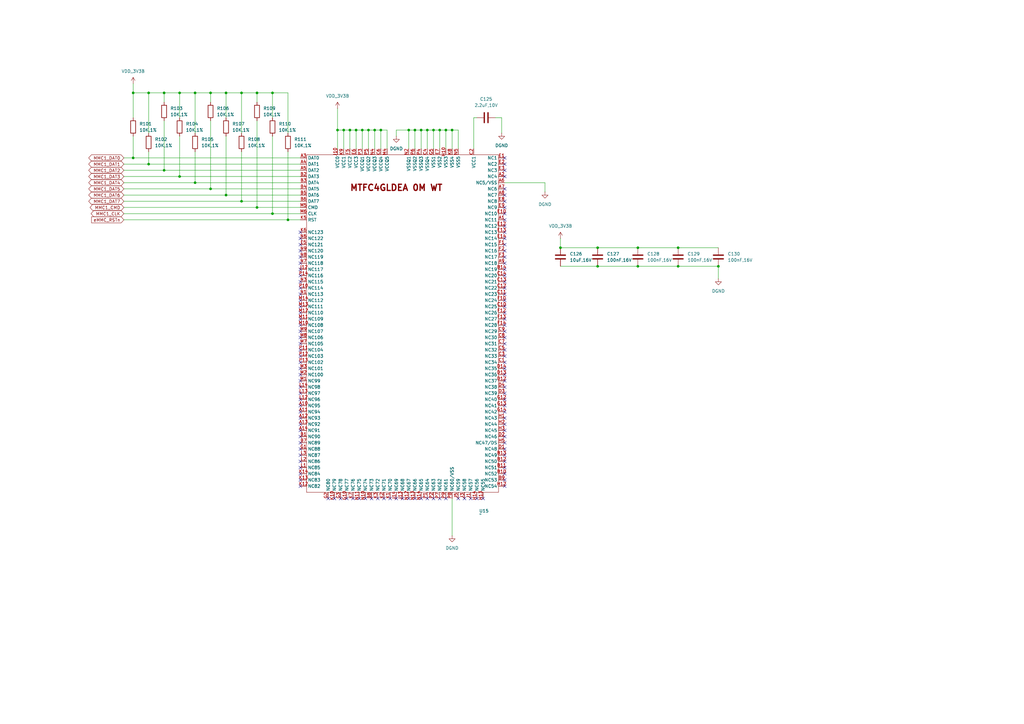
<source format=kicad_sch>
(kicad_sch (version 20231120) (generator "eeschema") (generator_version "8.0")
  (paper "A3")
  (title_block (title "Flight Computer Sheet #6: 4G eMMC - Ian Goldberg"))
  (lib_symbols
    (symbol "Device:C" (pin_numbers hide) (pin_names (offset 0.254))
      (property "Reference" "C" (at 0.635 2.54 0))
      (property "Value" "C" (at 0.635 -2.54 0))
      (symbol "C_0_1"
        (polyline (pts (xy -2.032 -0.762) (xy 2.032 -0.762)) (stroke (width 0.508)))
        (polyline (pts (xy -2.032 0.762) (xy 2.032 0.762)) (stroke (width 0.508)))
      )
      (symbol "C_1_1"
        (pin passive line (at 0 3.81 270) (length 2.794) (name "~") (number "1"))
        (pin passive line (at 0 -3.81 90) (length 2.794) (name "~") (number "2"))
      )
    )
    (symbol "Device:R" (pin_numbers hide) (pin_names (offset 0))
      (property "Reference" "R" (at 2.032 0 90))
      (property "Value" "R" (at 0 0 90))
      (symbol "R_0_1"
        (rectangle (start -1.016 -2.54) (end 1.016 2.54) (stroke (width 0.254)))
      )
      (symbol "R_1_1"
        (pin passive line (at 0 3.81 270) (length 1.27) (name "~") (number "1"))
        (pin passive line (at 0 -3.81 90) (length 1.27) (name "~") (number "2"))
      )
    )
    (symbol "SubArctic AM335x:MTFC4GLDEA_0M_WT"
      (property "Reference" "U15" (at 73.3141 -144.78 0))
      (property "Value" "~" (at 73.3141 -146.05 0))
      (symbol "MTFC4GLDEA_0M_WT_0_0"
        (pin unspecified line (at 0 -101.6 0) (length 2.54) (name "NC95") (number "A10"))
        (pin unspecified line (at 0 -104.14 0) (length 2.54) (name "NC94") (number "A11"))
        (pin unspecified line (at 0 -106.68 0) (length 2.54) (name "NC93") (number "A12"))
        (pin unspecified line (at 0 -109.22 0) (length 2.54) (name "NC92") (number "A13"))
        (pin unspecified line (at 0 -111.76 0) (length 2.54) (name "NC91") (number "A14"))
        (pin input line (at 0 0 0) (length 2.54) (name "DAT0") (number "A3"))
        (pin unspecified line (at 0 -2.54 0) (length 2.54) (name "DAT1") (number "A4"))
        (pin unspecified line (at 0 -5.08 0) (length 2.54) (name "DAT2") (number "A5"))
        (pin unspecified line (at 0 -114.3 0) (length 2.54) (name "NC90") (number "B1"))
        (pin unspecified line (at 0 -7.62 0) (length 2.54) (name "DAT3") (number "B2"))
        (pin unspecified line (at 0 -10.16 0) (length 2.54) (name "DAT4") (number "B3"))
        (pin unspecified line (at 0 -12.7 0) (length 2.54) (name "DAT5") (number "B4"))
        (pin unspecified line (at 0 -15.24 0) (length 2.54) (name "DAT6") (number "B5"))
        (pin unspecified line (at 0 -17.78 0) (length 2.54) (name "DAT7") (number "B6"))
        (pin unspecified line (at 0 -116.84 0) (length 2.54) (name "NC89") (number "B7"))
        (pin unspecified line (at 0 -35.56 0) (length 2.54) (name "NC121") (number "E5"))
        (pin unspecified line (at 0 -119.38 0) (length 2.54) (name "NC88") (number "G1"))
        (pin unspecified line (at 0 -45.72 0) (length 2.54) (name "NC117") (number "J12"))
        (pin unspecified line (at 0 -134.62 0) (length 2.54) (name "NC82") (number "K12"))
        (pin unspecified line (at 0 -132.08 0) (length 2.54) (name "NC83") (number "K13"))
        (pin unspecified line (at 0 -129.54 0) (length 2.54) (name "NC84") (number "K14"))
        (pin unspecified line (at 0 -25.4 0) (length 2.54) (name "RST") (number "K5"))
        (pin unspecified line (at 0 -30.48 0) (length 2.54) (name "NC123") (number "K6"))
        (pin unspecified line (at 0 -127 0) (length 2.54) (name "NC85") (number "L1"))
        (pin unspecified line (at 0 -99.06 0) (length 2.54) (name "NC96") (number "L12"))
        (pin unspecified line (at 0 -96.52 0) (length 2.54) (name "NC97") (number "L13"))
        (pin unspecified line (at 0 -93.98 0) (length 2.54) (name "NC98") (number "L14"))
        (pin unspecified line (at 0 -124.46 0) (length 2.54) (name "NC86") (number "L2"))
        (pin unspecified line (at 0 -121.92 0) (length 2.54) (name "NC87") (number "L3"))
        (pin unspecified line (at 0 -91.44 0) (length 2.54) (name "NC99") (number "M1"))
        (pin unspecified line (at 0 -68.58 0) (length 2.54) (name "NC108") (number "M10"))
        (pin unspecified line (at 0 -66.04 0) (length 2.54) (name "NC109") (number "M11"))
        (pin unspecified line (at 0 -63.5 0) (length 2.54) (name "NC110") (number "M12"))
        (pin unspecified line (at 0 -60.96 0) (length 2.54) (name "NC111") (number "M13"))
        (pin unspecified line (at 0 -58.42 0) (length 2.54) (name "NC112") (number "M14"))
        (pin unspecified line (at 0 -88.9 0) (length 2.54) (name "NC100") (number "M2"))
        (pin unspecified line (at 0 -86.36 0) (length 2.54) (name "NC101") (number "M3"))
        (pin unspecified line (at 0 -20.32 0) (length 2.54) (name "CMD") (number "M5"))
        (pin unspecified line (at 0 -22.86 0) (length 2.54) (name "CLK") (number "M6"))
        (pin unspecified line (at 0 -76.2 0) (length 2.54) (name "NC105") (number "M7"))
        (pin unspecified line (at 0 -73.66 0) (length 2.54) (name "NC106") (number "M8"))
        (pin unspecified line (at 0 -71.12 0) (length 2.54) (name "NC107") (number "M9"))
        (pin unspecified line (at 0 -55.88 0) (length 2.54) (name "NC113") (number "N1"))
        (pin unspecified line (at 0 -50.8 0) (length 2.54) (name "NC115") (number "N3"))
        (pin unspecified line (at 0 -33.02 0) (length 2.54) (name "NC122") (number "N6"))
        (pin unspecified line (at 0 -43.18 0) (length 2.54) (name "NC118") (number "N7"))
        (pin unspecified line (at 0 -40.64 0) (length 2.54) (name "NC119") (number "N8"))
        (pin unspecified line (at 0 -38.1 0) (length 2.54) (name "NC120") (number "N9"))
        (pin unspecified line (at 0 -53.34 0) (length 2.54) (name "NC114") (number "P10"))
        (pin unspecified line (at 0 -78.74 0) (length 2.54) (name "NC104") (number "P11"))
        (pin unspecified line (at 0 -81.28 0) (length 2.54) (name "NC103") (number "P12"))
        (pin unspecified line (at 0 -83.82 0) (length 2.54) (name "NC102") (number "P13"))
        (pin unspecified line (at 0 -48.26 0) (length 2.54) (name "NC116") (number "P14"))
      )
      (symbol "MTFC4GLDEA_0M_WT_0_1"
        (rectangle (start 2.54 1.27) (end 81.28 -137.16))
      )
      (symbol "MTFC4GLDEA_0M_WT_1_0"
        (pin input line (at 83.82 -25.4 180) (length 2.54) (name "NC11") (number "A1"))
        (pin input line (at 83.82 -7.62 180) (length 2.54) (name "NC4") (number "A2"))
        (pin input line (at 83.82 -10.16 180) (length 2.54) (name "NC5/VSS") (number "A6"))
        (pin input line (at 83.82 -12.7 180) (length 2.54) (name "NC6") (number "A7"))
        (pin input line (at 83.82 -15.24 180) (length 2.54) (name "NC7") (number "A8"))
        (pin input line (at 83.82 -43.18 180) (length 2.54) (name "NC18") (number "A9"))
        (pin input line (at 83.82 -129.54 180) (length 2.54) (name "NC52") (number "B10"))
        (pin input line (at 83.82 -127 180) (length 2.54) (name "NC51") (number "B11"))
        (pin input line (at 83.82 -124.46 180) (length 2.54) (name "NC50") (number "B12"))
        (pin input line (at 83.82 -121.92 180) (length 2.54) (name "NC49") (number "B13"))
        (pin input line (at 83.82 -45.72 180) (length 2.54) (name "NC19") (number "B14"))
        (pin input line (at 29.21 -139.7 90) (length 2.54) (name "NC73") (number "B8"))
        (pin input line (at 83.82 -132.08 180) (length 2.54) (name "NC53") (number "B9"))
        (pin input line (at 83.82 -83.82 180) (length 2.54) (name "NC34") (number "C1"))
        (pin input line (at 83.82 -60.96 180) (length 2.54) (name "NC25") (number "C10"))
        (pin input line (at 83.82 -55.88 180) (length 2.54) (name "NC23") (number "C11"))
        (pin input line (at 83.82 -53.34 180) (length 2.54) (name "NC22") (number "C12"))
        (pin input line (at 83.82 -50.8 180) (length 2.54) (name "NC21") (number "C13"))
        (pin input line (at 83.82 -48.26 180) (length 2.54) (name "NC20") (number "C14"))
        (pin input line (at 83.82 -81.28 180) (length 2.54) (name "NC33") (number "C3"))
        (pin input line (at 52.07 3.81 270) (length 2.54) (name "VSSQ4") (number "C4"))
        (pin input line (at 83.82 -78.74 180) (length 2.54) (name "NC32") (number "C5"))
        (pin input line (at 33.02 3.81 270) (length 2.54) (name "VCCQ4") (number "C6"))
        (pin input line (at 83.82 -76.2 180) (length 2.54) (name "NC31") (number "C7"))
        (pin input line (at 83.82 -73.66 180) (length 2.54) (name "NC30") (number "C8"))
        (pin input line (at 83.82 -71.12 180) (length 2.54) (name "NC29") (number "C9"))
        (pin input line (at 83.82 -119.38 180) (length 2.54) (name "NC48") (number "D1"))
        (pin input line (at 83.82 -91.44 180) (length 2.54) (name "NC37") (number "D12"))
        (pin input line (at 83.82 -88.9 180) (length 2.54) (name "NC36") (number "D13"))
        (pin input line (at 83.82 -86.36 180) (length 2.54) (name "NC35") (number "D14"))
        (pin input line (at 83.82 -114.3 180) (length 2.54) (name "NC46") (number "D2"))
        (pin input line (at 83.82 -96.52 180) (length 2.54) (name "NC39") (number "D3"))
        (pin input line (at 83.82 -93.98 180) (length 2.54) (name "NC38") (number "D4"))
        (pin input line (at 83.82 -22.86 180) (length 2.54) (name "NC10") (number "E10"))
        (pin input line (at 83.82 -27.94 180) (length 2.54) (name "NC12") (number "E12"))
        (pin input line (at 83.82 -30.48 180) (length 2.54) (name "NC13") (number "E13"))
        (pin input line (at 83.82 -33.02 180) (length 2.54) (name "NC14") (number "E14"))
        (pin input line (at 83.82 -2.54 180) (length 2.54) (name "NC2") (number "E2"))
        (pin input line (at 83.82 -5.08 180) (length 2.54) (name "NC3") (number "E3"))
        (pin input line (at 22.86 3.81 270) (length 2.54) (name "VCC3") (number "E6"))
        (pin input line (at 57.15 3.81 270) (length 2.54) (name "VSS2") (number "E7"))
        (pin input line (at 83.82 -17.78 180) (length 2.54) (name "NC8") (number "E8"))
        (pin input line (at 83.82 -20.32 180) (length 2.54) (name "NC9") (number "E9"))
        (pin input line (at 83.82 -35.56 180) (length 2.54) (name "NC15") (number "F1"))
        (pin input line (at 83.82 -58.42 180) (length 2.54) (name "NC24") (number "F10"))
        (pin input line (at 83.82 -63.5 180) (length 2.54) (name "NC26") (number "F12"))
        (pin input line (at 83.82 -66.04 180) (length 2.54) (name "NC27") (number "F13"))
        (pin input line (at 83.82 -68.58 180) (length 2.54) (name "NC28") (number "F14"))
        (pin input line (at 83.82 -38.1 180) (length 2.54) (name "NC16") (number "F2"))
        (pin input line (at 83.82 -40.64 180) (length 2.54) (name "NC17") (number "F3"))
        (pin input line (at 20.32 3.81 270) (length 2.54) (name "VCC2") (number "F5"))
        (pin input line (at 19.05 -139.7 90) (length 2.54) (name "NC77") (number "G10"))
        (pin input line (at 83.82 -99.06 180) (length 2.54) (name "NC40") (number "G12"))
        (pin input line (at 83.82 -101.6 180) (length 2.54) (name "NC41") (number "G13"))
        (pin input line (at 83.82 -104.14 180) (length 2.54) (name "NC42") (number "G14"))
        (pin input line (at 16.51 -139.7 90) (length 2.54) (name "NC78") (number "G3"))
        (pin input line (at 54.61 3.81 270) (length 2.54) (name "VSS1") (number "G5"))
        (pin input line (at 83.82 -106.68 180) (length 2.54) (name "NC43") (number "H1"))
        (pin input line (at 59.69 3.81 270) (length 2.54) (name "VSS3") (number "H10"))
        (pin input line (at 83.82 -134.62 180) (length 2.54) (name "NC54") (number "H12"))
        (pin input line (at 74.93 -139.7 90) (length 2.54) (name "NC55") (number "H13"))
        (pin input line (at 72.39 -139.7 90) (length 2.54) (name "NC56") (number "H14"))
        (pin input line (at 83.82 -109.22 180) (length 2.54) (name "NC44") (number "H2"))
        (pin input line (at 83.82 -111.76 180) (length 2.54) (name "NC45") (number "H3"))
        (pin input line (at 83.82 -116.84 180) (length 2.54) (name "NC47/DS") (number "H5"))
        (pin input line (at 69.85 -139.7 90) (length 2.54) (name "NC57") (number "J1"))
        (pin input line (at 15.24 3.81 270) (length 2.54) (name "VCC0") (number "J10"))
        (pin input line (at 41.91 -139.7 90) (length 2.54) (name "NC68") (number "J13"))
        (pin input line (at 39.37 -139.7 90) (length 2.54) (name "NC69") (number "J14"))
        (pin input line (at 67.31 -139.7 90) (length 2.54) (name "NC58") (number "J3"))
        (pin input line (at 64.77 -139.7 90) (length 2.54) (name "NC59") (number "J5"))
        (pin input line (at 36.83 -139.7 90) (length 2.54) (name "NC70") (number "K1"))
        (pin input line (at 13.97 -139.7 90) (length 2.54) (name "NC79") (number "K10"))
        (pin input line (at 34.29 -139.7 90) (length 2.54) (name "NC71") (number "K2"))
        (pin input line (at 31.75 -139.7 90) (length 2.54) (name "NC72") (number "K3"))
        (pin input line (at 21.59 -139.7 90) (length 2.54) (name "NC76") (number "K7"))
        (pin input line (at 62.23 3.81 270) (length 2.54) (name "VSS4") (number "K8"))
        (pin input line (at 17.78 3.81 270) (length 2.54) (name "VCC1") (number "K9"))
        (pin input line (at 35.56 3.81 270) (length 2.54) (name "VCCQ5") (number "M4"))
        (pin input line (at 26.67 -139.7 90) (length 2.54) (name "NC74") (number "N10"))
        (pin input line (at 24.13 -139.7 90) (length 2.54) (name "NC75") (number "N11"))
        (pin input line (at 44.45 -139.7 90) (length 2.54) (name "NC67") (number "N12"))
        (pin input line (at 46.99 -139.7 90) (length 2.54) (name "NC66") (number "N13"))
        (pin input line (at 49.53 -139.7 90) (length 2.54) (name "NC65") (number "N14"))
        (pin input line (at 44.45 3.81 270) (length 2.54) (name "VSSQ1") (number "N2"))
        (pin input line (at 30.48 3.81 270) (length 2.54) (name "VCCQ3") (number "N4"))
        (pin input line (at 52.07 -139.7 90) (length 2.54) (name "NC64") (number "P1"))
        (pin input line (at 54.61 -139.7 90) (length 2.54) (name "NC63") (number "P2"))
        (pin input line (at 25.4 3.81 270) (length 2.54) (name "VCCQ1") (number "P3"))
        (pin input line (at 49.53 3.81 270) (length 2.54) (name "VSSQ3") (number "P4"))
        (pin input line (at 27.94 3.81 270) (length 2.54) (name "VCCQ2") (number "P5"))
        (pin input line (at 46.99 3.81 270) (length 2.54) (name "VSSQ2") (number "P6"))
        (pin input line (at 57.15 -139.7 90) (length 2.54) (name "NC62") (number "P7"))
        (pin input line (at 62.23 -139.7 90) (length 2.54) (name "NC60/VSS") (number "P8"))
        (pin input line (at 59.69 -139.7 90) (length 2.54) (name "NC61") (number "P9"))
      )
      (symbol "MTFC4GLDEA_0M_WT_1_1"
        (text "MTFC4GLDEA 0M WT" (at 39.37 -12.192 0) (effects (font (size 2.54 2.54) (bold yes))))
        (pin input line (at 71.12 3.81 270) (length 2.54) (name "VCC1") (number "C2"))
        (pin input line (at 83.82 0 180) (length 2.54) (name "NC1") (number "E1"))
        (pin input line (at 11.43 -139.7 90) (length 2.54) (name "NC80") (number "G2"))
        (pin input line (at 64.77 3.81 270) (length 2.54) (name "VSS5") (number "N5"))
      )
    )
    (symbol "power:GND" (power) (pin_numbers hide) (pin_names (offset 0) hide)
      (property "Value" "GND" (at 0 -3.81 0))
      (symbol "GND_0_1"
        (polyline (pts (xy 0 0) (xy 0 -1.27) (xy 1.27 -1.27) (xy 0 -2.54) (xy -1.27 -1.27) (xy 0 -1.27)))
      )
      (symbol "GND_1_1"
        (pin power_in line (at 0 0 270) (length 0) (name "~") (number "1"))
      )
    )
    (symbol "power:VDD" (power) (pin_numbers hide) (pin_names (offset 0) hide)
      (property "Value" "VDD" (at 0 3.556 0))
      (symbol "VDD_0_1"
        (polyline (pts (xy -0.762 1.27) (xy 0 2.54)))
        (polyline (pts (xy 0 0) (xy 0 2.54)))
        (polyline (pts (xy 0 2.54) (xy 0.762 1.27)))
      )
      (symbol "VDD_1_1"
        (pin power_in line (at 0 0 90) (length 0) (name "~") (number "1"))
      )
    )
  )
  (junction (at 118.11 90.17))
  (junction (at 105.41 38.1))
  (junction (at 111.76 87.63))
  (junction (at 54.61 38.1))
  (junction (at 138.43 53.34))
  (junction (at 180.34 53.34))
  (junction (at 245.11 109.22))
  (junction (at 80.01 74.93))
  (junction (at 60.96 67.31))
  (junction (at 278.13 101.6))
  (junction (at 185.42 53.34))
  (junction (at 86.36 77.47))
  (junction (at 54.61 64.77))
  (junction (at 67.31 69.85))
  (junction (at 151.13 53.34))
  (junction (at 156.21 53.34))
  (junction (at 73.66 72.39))
  (junction (at 146.05 53.34))
  (junction (at 182.88 53.34))
  (junction (at 153.67 53.34))
  (junction (at 99.06 38.1))
  (junction (at 245.11 101.6))
  (junction (at 60.96 38.1))
  (junction (at 92.71 80.01))
  (junction (at 278.13 109.22))
  (junction (at 67.31 38.1))
  (junction (at 177.8 53.34))
  (junction (at 170.18 53.34))
  (junction (at 148.59 53.34))
  (junction (at 105.41 85.09))
  (junction (at 73.66 38.1))
  (junction (at 172.72 53.34))
  (junction (at 92.71 38.1))
  (junction (at 167.64 53.34))
  (junction (at 99.06 82.55))
  (junction (at 111.76 38.1))
  (junction (at 80.01 38.1))
  (junction (at 261.62 109.22))
  (junction (at 229.87 101.6))
  (junction (at 140.97 53.34))
  (junction (at 175.26 53.34))
  (junction (at 86.36 38.1))
  (junction (at 261.62 101.6))
  (junction (at 143.51 53.34))
  (junction (at 294.64 109.22))
  (no_connect (at 123.19 171.45))
  (no_connect (at 123.19 118.11))
  (no_connect (at 207.01 82.55))
  (no_connect (at 207.01 123.19))
  (no_connect (at 207.01 87.63))
  (no_connect (at 207.01 97.79))
  (no_connect (at 193.04 204.47))
  (no_connect (at 207.01 166.37))
  (no_connect (at 175.26 204.47))
  (no_connect (at 207.01 173.99))
  (no_connect (at 123.19 133.35))
  (no_connect (at 207.01 100.33))
  (no_connect (at 123.19 130.81))
  (no_connect (at 123.19 184.15))
  (no_connect (at 207.01 69.85))
  (no_connect (at 123.19 120.65))
  (no_connect (at 123.19 158.75))
  (no_connect (at 207.01 120.65))
  (no_connect (at 207.01 105.41))
  (no_connect (at 207.01 146.05))
  (no_connect (at 207.01 115.57))
  (no_connect (at 207.01 133.35))
  (no_connect (at 123.19 153.67))
  (no_connect (at 123.19 143.51))
  (no_connect (at 154.94 204.47))
  (no_connect (at 182.88 204.47))
  (no_connect (at 207.01 156.21))
  (no_connect (at 123.19 176.53))
  (no_connect (at 123.19 156.21))
  (no_connect (at 123.19 179.07))
  (no_connect (at 207.01 102.87))
  (no_connect (at 172.72 204.47))
  (no_connect (at 123.19 123.19))
  (no_connect (at 139.7 204.47))
  (no_connect (at 123.19 97.79))
  (no_connect (at 207.01 125.73))
  (no_connect (at 187.96 204.47))
  (no_connect (at 147.32 204.47))
  (no_connect (at 207.01 194.31))
  (no_connect (at 190.5 204.47))
  (no_connect (at 207.01 85.09))
  (no_connect (at 123.19 191.77))
  (no_connect (at 207.01 179.07))
  (no_connect (at 207.01 191.77))
  (no_connect (at 123.19 166.37))
  (no_connect (at 123.19 194.31))
  (no_connect (at 207.01 107.95))
  (no_connect (at 207.01 110.49))
  (no_connect (at 123.19 128.27))
  (no_connect (at 195.58 204.47))
  (no_connect (at 207.01 196.85))
  (no_connect (at 207.01 135.89))
  (no_connect (at 123.19 161.29))
  (no_connect (at 160.02 204.47))
  (no_connect (at 157.48 204.47))
  (no_connect (at 207.01 143.51))
  (no_connect (at 123.19 148.59))
  (no_connect (at 180.34 204.47))
  (no_connect (at 144.78 204.47))
  (no_connect (at 207.01 151.13))
  (no_connect (at 207.01 77.47))
  (no_connect (at 165.1 204.47))
  (no_connect (at 123.19 113.03))
  (no_connect (at 177.8 204.47))
  (no_connect (at 207.01 163.83))
  (no_connect (at 123.19 189.23))
  (no_connect (at 207.01 140.97))
  (no_connect (at 207.01 138.43))
  (no_connect (at 207.01 153.67))
  (no_connect (at 207.01 189.23))
  (no_connect (at 123.19 196.85))
  (no_connect (at 123.19 151.13))
  (no_connect (at 207.01 161.29))
  (no_connect (at 207.01 148.59))
  (no_connect (at 123.19 168.91))
  (no_connect (at 123.19 102.87))
  (no_connect (at 207.01 181.61))
  (no_connect (at 123.19 95.25))
  (no_connect (at 207.01 184.15))
  (no_connect (at 207.01 67.31))
  (no_connect (at 134.62 204.47))
  (no_connect (at 207.01 168.91))
  (no_connect (at 170.18 204.47))
  (no_connect (at 123.19 115.57))
  (no_connect (at 207.01 95.25))
  (no_connect (at 207.01 128.27))
  (no_connect (at 207.01 113.03))
  (no_connect (at 207.01 64.77))
  (no_connect (at 123.19 107.95))
  (no_connect (at 207.01 199.39))
  (no_connect (at 123.19 140.97))
  (no_connect (at 123.19 100.33))
  (no_connect (at 149.86 204.47))
  (no_connect (at 152.4 204.47))
  (no_connect (at 207.01 171.45))
  (no_connect (at 207.01 92.71))
  (no_connect (at 123.19 146.05))
  (no_connect (at 123.19 135.89))
  (no_connect (at 207.01 118.11))
  (no_connect (at 137.16 204.47))
  (no_connect (at 142.24 204.47))
  (no_connect (at 207.01 176.53))
  (no_connect (at 123.19 125.73))
  (no_connect (at 123.19 199.39))
  (no_connect (at 123.19 163.83))
  (no_connect (at 198.12 204.47))
  (no_connect (at 123.19 110.49))
  (no_connect (at 207.01 130.81))
  (no_connect (at 123.19 173.99))
  (no_connect (at 207.01 80.01))
  (no_connect (at 162.56 204.47))
  (no_connect (at 207.01 90.17))
  (no_connect (at 207.01 186.69))
  (no_connect (at 207.01 72.39))
  (no_connect (at 123.19 105.41))
  (no_connect (at 167.64 204.47))
  (no_connect (at 123.19 181.61))
  (no_connect (at 123.19 186.69))
  (no_connect (at 123.19 138.43))
  (no_connect (at 207.01 158.75))
  (wire (pts (xy 80.01 38.1) (xy 80.01 54.61)))
  (wire (pts (xy 278.13 101.6) (xy 261.62 101.6)))
  (wire (pts (xy 80.01 74.93) (xy 123.19 74.93)))
  (wire (pts (xy 177.8 53.34) (xy 180.34 53.34)))
  (wire (pts (xy 261.62 109.22) (xy 278.13 109.22)))
  (wire (pts (xy 185.42 53.34) (xy 187.96 53.34)))
  (wire (pts (xy 99.06 82.55) (xy 123.19 82.55)))
  (wire (pts (xy 50.8 64.77) (xy 54.61 64.77)))
  (wire (pts (xy 194.31 60.96) (xy 194.31 48.26)))
  (wire (pts (xy 185.42 53.34) (xy 185.42 60.96)))
  (wire (pts (xy 73.66 38.1) (xy 67.31 38.1)))
  (wire (pts (xy 167.64 53.34) (xy 170.18 53.34)))
  (wire (pts (xy 111.76 38.1) (xy 105.41 38.1)))
  (wire (pts (xy 67.31 38.1) (xy 60.96 38.1)))
  (wire (pts (xy 175.26 53.34) (xy 175.26 60.96)))
  (wire (pts (xy 140.97 53.34) (xy 140.97 60.96)))
  (wire (pts (xy 92.71 55.88) (xy 92.71 80.01)))
  (wire (pts (xy 99.06 38.1) (xy 99.06 54.61)))
  (wire (pts (xy 80.01 38.1) (xy 73.66 38.1)))
  (wire (pts (xy 207.01 74.93) (xy 223.52 74.93)))
  (wire (pts (xy 50.8 90.17) (xy 118.11 90.17)))
  (wire (pts (xy 180.34 53.34) (xy 182.88 53.34)))
  (wire (pts (xy 167.64 53.34) (xy 162.56 53.34)))
  (wire (pts (xy 105.41 85.09) (xy 123.19 85.09)))
  (wire (pts (xy 92.71 80.01) (xy 123.19 80.01)))
  (wire (pts (xy 182.88 53.34) (xy 185.42 53.34)))
  (wire (pts (xy 60.96 38.1) (xy 60.96 54.61)))
  (wire (pts (xy 223.52 74.93) (xy 223.52 78.74)))
  (wire (pts (xy 67.31 69.85) (xy 123.19 69.85)))
  (wire (pts (xy 175.26 53.34) (xy 177.8 53.34)))
  (wire (pts (xy 73.66 38.1) (xy 73.66 48.26)))
  (wire (pts (xy 86.36 49.53) (xy 86.36 77.47)))
  (wire (pts (xy 172.72 53.34) (xy 175.26 53.34)))
  (wire (pts (xy 205.74 48.26) (xy 205.74 54.61)))
  (wire (pts (xy 153.67 53.34) (xy 151.13 53.34)))
  (wire (pts (xy 156.21 53.34) (xy 156.21 60.96)))
  (wire (pts (xy 245.11 109.22) (xy 261.62 109.22)))
  (wire (pts (xy 167.64 53.34) (xy 167.64 60.96)))
  (wire (pts (xy 50.8 67.31) (xy 60.96 67.31)))
  (wire (pts (xy 151.13 53.34) (xy 148.59 53.34)))
  (wire (pts (xy 92.71 38.1) (xy 86.36 38.1)))
  (wire (pts (xy 146.05 53.34) (xy 146.05 60.96)))
  (wire (pts (xy 278.13 109.22) (xy 294.64 109.22)))
  (wire (pts (xy 118.11 90.17) (xy 123.19 90.17)))
  (wire (pts (xy 50.8 69.85) (xy 67.31 69.85)))
  (wire (pts (xy 229.87 97.79) (xy 229.87 101.6)))
  (wire (pts (xy 111.76 87.63) (xy 123.19 87.63)))
  (wire (pts (xy 60.96 38.1) (xy 54.61 38.1)))
  (wire (pts (xy 80.01 62.23) (xy 80.01 74.93)))
  (wire (pts (xy 138.43 53.34) (xy 138.43 60.96)))
  (wire (pts (xy 86.36 77.47) (xy 123.19 77.47)))
  (wire (pts (xy 143.51 53.34) (xy 143.51 60.96)))
  (wire (pts (xy 50.8 87.63) (xy 111.76 87.63)))
  (wire (pts (xy 67.31 38.1) (xy 67.31 41.91)))
  (wire (pts (xy 111.76 38.1) (xy 111.76 48.26)))
  (wire (pts (xy 261.62 101.6) (xy 245.11 101.6)))
  (wire (pts (xy 177.8 53.34) (xy 177.8 60.96)))
  (wire (pts (xy 99.06 62.23) (xy 99.06 82.55)))
  (wire (pts (xy 294.64 101.6) (xy 278.13 101.6)))
  (wire (pts (xy 245.11 101.6) (xy 229.87 101.6)))
  (wire (pts (xy 229.87 109.22) (xy 245.11 109.22)))
  (wire (pts (xy 182.88 53.34) (xy 182.88 60.96)))
  (wire (pts (xy 156.21 53.34) (xy 153.67 53.34)))
  (wire (pts (xy 86.36 38.1) (xy 86.36 41.91)))
  (wire (pts (xy 111.76 55.88) (xy 111.76 87.63)))
  (wire (pts (xy 170.18 53.34) (xy 170.18 60.96)))
  (wire (pts (xy 54.61 34.29) (xy 54.61 38.1)))
  (wire (pts (xy 153.67 53.34) (xy 153.67 60.96)))
  (wire (pts (xy 143.51 53.34) (xy 140.97 53.34)))
  (wire (pts (xy 203.2 48.26) (xy 205.74 48.26)))
  (wire (pts (xy 118.11 38.1) (xy 118.11 54.61)))
  (wire (pts (xy 146.05 53.34) (xy 143.51 53.34)))
  (wire (pts (xy 294.64 109.22) (xy 294.64 114.3)))
  (wire (pts (xy 140.97 53.34) (xy 138.43 53.34)))
  (wire (pts (xy 158.75 53.34) (xy 156.21 53.34)))
  (wire (pts (xy 148.59 53.34) (xy 146.05 53.34)))
  (wire (pts (xy 162.56 53.34) (xy 162.56 55.88)))
  (wire (pts (xy 60.96 67.31) (xy 123.19 67.31)))
  (wire (pts (xy 50.8 85.09) (xy 105.41 85.09)))
  (wire (pts (xy 60.96 62.23) (xy 60.96 67.31)))
  (wire (pts (xy 151.13 53.34) (xy 151.13 60.96)))
  (wire (pts (xy 187.96 60.96) (xy 187.96 53.34)))
  (wire (pts (xy 180.34 53.34) (xy 180.34 60.96)))
  (wire (pts (xy 148.59 53.34) (xy 148.59 60.96)))
  (wire (pts (xy 170.18 53.34) (xy 172.72 53.34)))
  (wire (pts (xy 50.8 74.93) (xy 80.01 74.93)))
  (wire (pts (xy 185.42 204.47) (xy 185.42 219.71)))
  (wire (pts (xy 105.41 49.53) (xy 105.41 85.09)))
  (wire (pts (xy 105.41 38.1) (xy 105.41 41.91)))
  (wire (pts (xy 86.36 38.1) (xy 80.01 38.1)))
  (wire (pts (xy 54.61 55.88) (xy 54.61 64.77)))
  (wire (pts (xy 172.72 53.34) (xy 172.72 60.96)))
  (wire (pts (xy 50.8 82.55) (xy 99.06 82.55)))
  (wire (pts (xy 54.61 64.77) (xy 123.19 64.77)))
  (wire (pts (xy 73.66 72.39) (xy 123.19 72.39)))
  (wire (pts (xy 105.41 38.1) (xy 99.06 38.1)))
  (wire (pts (xy 54.61 38.1) (xy 54.61 48.26)))
  (wire (pts (xy 158.75 60.96) (xy 158.75 53.34)))
  (wire (pts (xy 118.11 62.23) (xy 118.11 90.17)))
  (wire (pts (xy 92.71 38.1) (xy 92.71 48.26)))
  (wire (pts (xy 50.8 80.01) (xy 92.71 80.01)))
  (wire (pts (xy 50.8 72.39) (xy 73.66 72.39)))
  (wire (pts (xy 73.66 55.88) (xy 73.66 72.39)))
  (wire (pts (xy 118.11 38.1) (xy 111.76 38.1)))
  (wire (pts (xy 138.43 44.45) (xy 138.43 53.34)))
  (wire (pts (xy 67.31 49.53) (xy 67.31 69.85)))
  (wire (pts (xy 194.31 48.26) (xy 195.58 48.26)))
  (wire (pts (xy 50.8 77.47) (xy 86.36 77.47)))
  (wire (pts (xy 99.06 38.1) (xy 92.71 38.1)))
  (global_label "eMMC_RSTn" (shape input) (at 50.8 90.17 180) (property "Intersheetrefs" "${INTERSHEET_REFS}" (effects (hide yes))))
  (global_label "MMC1_DAT5" (shape bidirectional) (at 50.8 77.47 180) (property "Intersheetrefs" "${INTERSHEET_REFS}" (effects (hide yes))))
  (global_label "MMC1_DAT6" (shape bidirectional) (at 50.8 80.01 180) (property "Intersheetrefs" "${INTERSHEET_REFS}" (effects (hide yes))))
  (global_label "MMC1_DAT0" (shape bidirectional) (at 50.8 64.77 180) (property "Intersheetrefs" "${INTERSHEET_REFS}" (effects (hide yes))))
  (global_label "MMC1_CLK" (shape bidirectional) (at 50.8 87.63 180) (property "Intersheetrefs" "${INTERSHEET_REFS}" (effects (hide yes))))
  (global_label "MMC1_DAT1" (shape bidirectional) (at 50.8 67.31 180) (property "Intersheetrefs" "${INTERSHEET_REFS}" (effects (hide yes))))
  (global_label "MMC1_DAT3" (shape bidirectional) (at 50.8 72.39 180) (property "Intersheetrefs" "${INTERSHEET_REFS}" (effects (hide yes))))
  (global_label "MMC1_DAT2" (shape bidirectional) (at 50.8 69.85 180) (property "Intersheetrefs" "${INTERSHEET_REFS}" (effects (hide yes))))
  (global_label "MMC1_DAT4" (shape bidirectional) (at 50.8 74.93 180) (property "Intersheetrefs" "${INTERSHEET_REFS}" (effects (hide yes))))
  (global_label "MMC1_CMD" (shape bidirectional) (at 50.8 85.09 180) (property "Intersheetrefs" "${INTERSHEET_REFS}" (effects (hide yes))))
  (global_label "MMC1_DAT7" (shape bidirectional) (at 50.8 82.55 180) (property "Intersheetrefs" "${INTERSHEET_REFS}" (effects (hide yes))))
  (symbol (lib_id "Device:R") (at 118.11 58.42 0) (unit 1)
    (property "Reference" "R111" (at 120.65 57.1499 0) (effects (justify left)))
    (property "Value" "10K,1%" (at 120.65 59.6899 0) (effects (justify left)))
    (property "Description" "Resistor" (effects (hide yes)))
  )
  (symbol (lib_id "power:GND") (at 162.56 55.88 0) (unit 1)
    (property "Reference" "#PWR0151" (effects (hide yes)))
    (property "Value" "DGND" (at 162.56 60.96 0))
    (property "Description" "Power symbol creates a global label with name \"GND\" , ground" (effects (hide yes)))
  )
  (symbol (lib_id "power:GND") (at 185.42 219.71 0) (unit 1)
    (property "Reference" "#PWR0149" (effects (hide yes)))
    (property "Value" "DGND" (at 185.42 224.79 0))
    (property "Description" "Power symbol creates a global label with name \"GND\" , ground" (effects (hide yes)))
  )
  (symbol (lib_id "power:GND") (at 294.64 114.3 0) (unit 1)
    (property "Reference" "#PWR0154" (effects (hide yes)))
    (property "Value" "DGND" (at 294.64 119.38 0))
    (property "Description" "Power symbol creates a global label with name \"GND\" , ground" (effects (hide yes)))
  )
  (symbol (lib_id "Device:R") (at 111.76 52.07 0) (unit 1)
    (property "Reference" "R110" (at 114.3 50.7999 0) (effects (justify left)))
    (property "Value" "10K,1%" (at 114.3 53.3399 0) (effects (justify left)))
    (property "Description" "Resistor" (effects (hide yes)))
  )
  (symbol (lib_id "Device:R") (at 92.71 52.07 0) (unit 1)
    (property "Reference" "R107" (at 95.25 50.7999 0) (effects (justify left)))
    (property "Value" "10K,1%" (at 95.25 53.3399 0) (effects (justify left)))
    (property "Description" "Resistor" (effects (hide yes)))
  )
  (symbol (lib_id "Device:C") (at 229.87 105.41 0) (unit 1)
    (property "Reference" "C126" (at 233.68 104.1399 0) (effects (justify left)))
    (property "Value" "10uF,16V " (at 233.68 106.6799 0) (effects (justify left)))
    (property "Description" "Unpolarized capacitor" (effects (hide yes)))
  )
  (symbol (lib_id "Device:C") (at 278.13 105.41 0) (unit 1)
    (property "Reference" "C129" (at 281.94 104.1399 0) (effects (justify left)))
    (property "Value" "100nF,16V" (at 281.94 106.6799 0) (effects (justify left)))
    (property "Description" "Unpolarized capacitor" (effects (hide yes)))
  )
  (symbol (lib_id "Device:R") (at 60.96 58.42 0) (unit 1)
    (property "Reference" "R102" (at 63.5 57.1499 0) (effects (justify left)))
    (property "Value" "10K,1%" (at 63.5 59.6899 0) (effects (justify left)))
    (property "Description" "Resistor" (effects (hide yes)))
  )
  (symbol (lib_id "power:VDD") (at 54.61 34.29 0) (unit 1)
    (property "Reference" "#PWR0153" (effects (hide yes)))
    (property "Value" "VDD_3V3B" (at 54.61 29.21 0))
    (property "Description" "Power symbol creates a global label with name \"VDD\"" (effects (hide yes)))
  )
  (symbol (lib_id "Device:R") (at 80.01 58.42 0) (unit 1)
    (property "Reference" "R105" (at 82.55 57.1499 0) (effects (justify left)))
    (property "Value" "10K,1%" (at 82.55 59.6899 0) (effects (justify left)))
    (property "Description" "Resistor" (effects (hide yes)))
  )
  (symbol (lib_id "Device:R") (at 105.41 45.72 0) (unit 1)
    (property "Reference" "R109" (at 107.95 44.4499 0) (effects (justify left)))
    (property "Value" "10K,1%" (at 107.95 46.9899 0) (effects (justify left)))
    (property "Description" "Resistor" (effects (hide yes)))
  )
  (symbol (lib_id "Device:R") (at 86.36 45.72 0) (unit 1)
    (property "Reference" "R106" (at 88.9 44.4499 0) (effects (justify left)))
    (property "Value" "10K,1%" (at 88.9 46.9899 0) (effects (justify left)))
    (property "Description" "Resistor" (effects (hide yes)))
  )
  (symbol (lib_id "Device:C") (at 261.62 105.41 0) (unit 1)
    (property "Reference" "C128" (at 265.43 104.1399 0) (effects (justify left)))
    (property "Value" "100nF,16V" (at 265.43 106.6799 0) (effects (justify left)))
    (property "Description" "Unpolarized capacitor" (effects (hide yes)))
  )
  (symbol (lib_id "Device:C") (at 199.39 48.26 90) (unit 1)
    (property "Reference" "C125" (at 199.39 40.64 90))
    (property "Value" "2.2uF,10V" (at 199.39 43.18 90))
    (property "Description" "Unpolarized capacitor" (effects (hide yes)))
  )
  (symbol (lib_id "Device:R") (at 99.06 58.42 0) (unit 1)
    (property "Reference" "R108" (at 101.6 57.1499 0) (effects (justify left)))
    (property "Value" "10K,1%" (at 101.6 59.6899 0) (effects (justify left)))
    (property "Description" "Resistor" (effects (hide yes)))
  )
  (symbol (lib_id "Device:C") (at 245.11 105.41 0) (unit 1)
    (property "Reference" "C127" (at 248.92 104.1399 0) (effects (justify left)))
    (property "Value" "100nF,16V" (at 248.92 106.6799 0) (effects (justify left)))
    (property "Description" "Unpolarized capacitor" (effects (hide yes)))
  )
  (symbol (lib_id "Device:C") (at 294.64 105.41 0) (unit 1)
    (property "Reference" "C130" (at 298.45 104.1399 0) (effects (justify left)))
    (property "Value" "100nF,16V" (at 298.45 106.6799 0) (effects (justify left)))
    (property "Description" "Unpolarized capacitor" (effects (hide yes)))
  )
  (symbol (lib_id "power:GND") (at 223.52 78.74 0) (unit 1)
    (property "Reference" "#PWR0148" (effects (hide yes)))
    (property "Value" "DGND" (at 223.52 83.82 0))
    (property "Description" "Power symbol creates a global label with name \"GND\" , ground" (effects (hide yes)))
  )
  (symbol (lib_id "power:VDD") (at 229.87 97.79 0) (unit 1)
    (property "Reference" "#PWR0155" (effects (hide yes)))
    (property "Value" "VDD_3V3B" (at 229.87 92.71 0))
    (property "Description" "Power symbol creates a global label with name \"VDD\"" (effects (hide yes)))
  )
  (symbol (lib_id "power:GND") (at 205.74 54.61 0) (unit 1)
    (property "Reference" "#PWR0152" (effects (hide yes)))
    (property "Value" "DGND" (at 205.74 59.69 0))
    (property "Description" "Power symbol creates a global label with name \"GND\" , ground" (effects (hide yes)))
  )
  (symbol (lib_id "Device:R") (at 73.66 52.07 0) (unit 1)
    (property "Reference" "R104" (at 76.2 50.7999 0) (effects (justify left)))
    (property "Value" "10K,1%" (at 76.2 53.3399 0) (effects (justify left)))
    (property "Description" "Resistor" (effects (hide yes)))
  )
  (symbol (lib_id "Device:R") (at 54.61 52.07 0) (unit 1)
    (property "Reference" "R101" (at 57.15 50.7999 0) (effects (justify left)))
    (property "Value" "10K,1%" (at 57.15 53.3399 0) (effects (justify left)))
    (property "Description" "Resistor" (effects (hide yes)))
  )
  (symbol (lib_id "SubArctic AM335x:MTFC4GLDEA_0M_WT") (at 123.19 64.77 0) (unit 1)
    (property "Reference" "U15" (at 196.5041 209.55 0) (effects (justify left)))
    (property "Value" "~" (at 196.5041 210.82 0) (effects (justify left)))
  )
  (symbol (lib_id "Device:R") (at 67.31 45.72 0) (unit 1)
    (property "Reference" "R103" (at 69.85 44.4499 0) (effects (justify left)))
    (property "Value" "10K,1%" (at 69.85 46.9899 0) (effects (justify left)))
    (property "Description" "Resistor" (effects (hide yes)))
  )
  (symbol (lib_id "power:VDD") (at 138.43 44.45 0) (unit 1)
    (property "Reference" "#PWR0150" (effects (hide yes)))
    (property "Value" "VDD_3V3B" (at 138.43 39.37 0))
    (property "Description" "Power symbol creates a global label with name \"VDD\"" (effects (hide yes)))
  )
)
</source>
